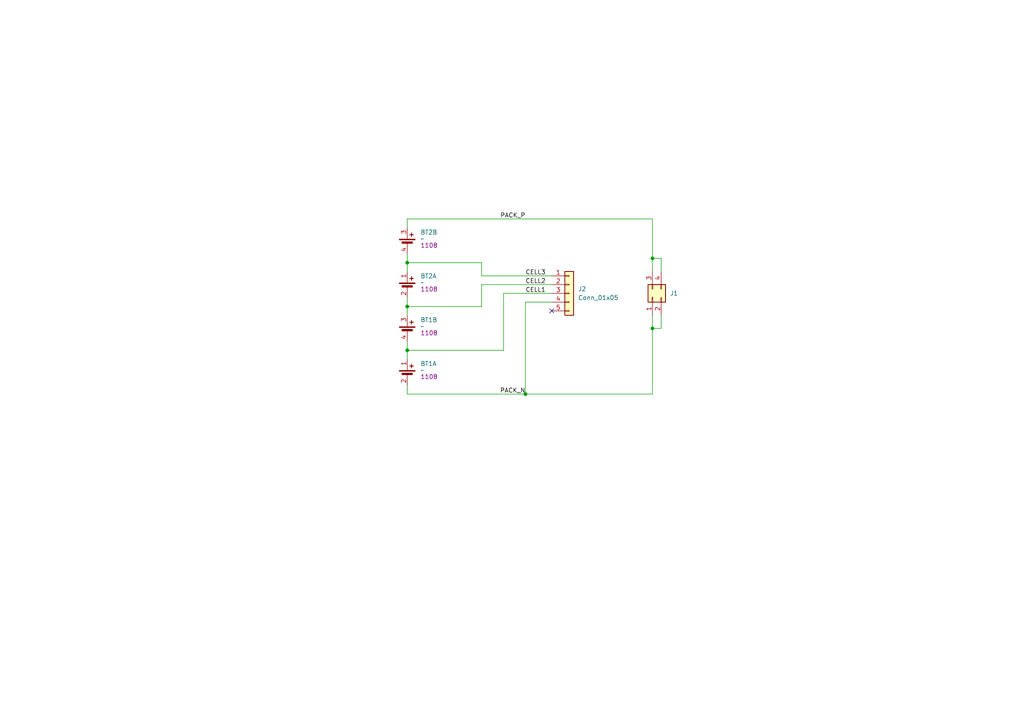
<source format=kicad_sch>
(kicad_sch (version 20231120) (generator "eeschema") (generator_version "8.0")
  (paper "A4")
  (lib_symbols
    (symbol "Connector_Generic:Conn_01x05" (pin_names (offset 1.016) hide)
      (property "Reference" "J" (at 0 7.62 0))
      (property "Value" "Conn_01x05" (at 0 -7.62 0))
      (symbol "Conn_01x05_1_1"
        (rectangle (start -1.27 -4.953) (end 0 -5.207) (stroke (width 0.1524)))
        (rectangle (start -1.27 -2.413) (end 0 -2.667) (stroke (width 0.1524)))
        (rectangle (start -1.27 0.127) (end 0 -0.127) (stroke (width 0.1524)))
        (rectangle (start -1.27 2.667) (end 0 2.413) (stroke (width 0.1524)))
        (rectangle (start -1.27 5.207) (end 0 4.953) (stroke (width 0.1524)))
        (rectangle (start -1.27 6.35) (end 1.27 -6.35) (stroke (width 0.254)) (fill (type background)))
        (pin passive line (at -5.08 5.08 0) (length 3.81) (name "Pin_1") (number "1"))
        (pin passive line (at -5.08 2.54 0) (length 3.81) (name "Pin_2") (number "2"))
        (pin passive line (at -5.08 0 0) (length 3.81) (name "Pin_3") (number "3"))
        (pin passive line (at -5.08 -2.54 0) (length 3.81) (name "Pin_4") (number "4"))
        (pin passive line (at -5.08 -5.08 0) (length 3.81) (name "Pin_5") (number "5"))
      )
    )
    (symbol "Connector_Generic:Conn_02x02_Top_Bottom" (pin_names (offset 1.016) hide)
      (property "Reference" "J" (at 1.27 2.54 0))
      (property "Value" "Conn_02x02_Top_Bottom" (at 1.27 -5.08 0))
      (symbol "Conn_02x02_Top_Bottom_1_1"
        (rectangle (start -1.27 -2.413) (end 0 -2.667) (stroke (width 0.1524)))
        (rectangle (start -1.27 0.127) (end 0 -0.127) (stroke (width 0.1524)))
        (rectangle (start -1.27 1.27) (end 3.81 -3.81) (stroke (width 0.254)) (fill (type background)))
        (rectangle (start 3.81 -2.413) (end 2.54 -2.667) (stroke (width 0.1524)))
        (rectangle (start 3.81 0.127) (end 2.54 -0.127) (stroke (width 0.1524)))
        (pin passive line (at -5.08 0 0) (length 3.81) (name "Pin_1") (number "1"))
        (pin passive line (at -5.08 -2.54 0) (length 3.81) (name "Pin_2") (number "2"))
        (pin passive line (at 7.62 0 180) (length 3.81) (name "Pin_3") (number "3"))
        (pin passive line (at 7.62 -2.54 180) (length 3.81) (name "Pin_4") (number "4"))
      )
    )
    (symbol "common:1108"
      (property "Reference" "BT" (at 4.826 0 0))
      (property "MPN" "1108" (at 0 0 0))
      (symbol "1108_0_1"
        (rectangle (start -2.286 0.508) (end 2.286 0.254) (fill (type outline)))
        (rectangle (start -1.524 -0.254) (end 1.524 -0.762) (fill (type outline)))
        (polyline (pts (xy 0 -0.508) (xy 0 -1.27)))
        (polyline (pts (xy 0 0.508) (xy 0 1.27)))
        (polyline (pts (xy 0.762 1.778) (xy 1.778 1.778)) (stroke (width 0.254)))
        (polyline (pts (xy 1.27 2.286) (xy 1.27 1.27)) (stroke (width 0.254)))
      )
      (symbol "1108_1_1"
        (pin passive line (at 0 3.81 270) (length 2.54) (name "+") (number "1"))
        (pin passive line (at 0 -3.81 90) (length 2.54) (name "-") (number "2"))
      )
      (symbol "1108_2_1"
        (pin passive line (at 0 3.81 270) (length 2.54) (name "+") (number "3"))
        (pin passive line (at 0 -3.81 90) (length 2.54) (name "-") (number "4"))
      )
    )
  )
  (junction (at 118.11 101.6))
  (junction (at 189.23 74.93))
  (junction (at 152.4 114.3))
  (junction (at 118.11 88.9))
  (junction (at 189.23 95.25))
  (junction (at 118.11 76.2))
  (no_connect (at 160.02 90.17))
  (wire (pts (xy 189.23 74.93) (xy 189.23 78.74)))
  (wire (pts (xy 118.11 76.2) (xy 118.11 78.74)))
  (wire (pts (xy 118.11 86.36) (xy 118.11 88.9)))
  (wire (pts (xy 118.11 111.76) (xy 118.11 114.3)))
  (wire (pts (xy 146.05 85.09) (xy 160.02 85.09)))
  (wire (pts (xy 191.77 95.25) (xy 191.77 91.44)))
  (wire (pts (xy 139.7 76.2) (xy 139.7 80.01)))
  (wire (pts (xy 118.11 76.2) (xy 139.7 76.2)))
  (wire (pts (xy 152.4 87.63) (xy 152.4 114.3)))
  (wire (pts (xy 118.11 101.6) (xy 118.11 104.14)))
  (wire (pts (xy 139.7 88.9) (xy 139.7 82.55)))
  (wire (pts (xy 189.23 95.25) (xy 189.23 91.44)))
  (wire (pts (xy 118.11 66.04) (xy 118.11 63.5)))
  (wire (pts (xy 189.23 74.93) (xy 191.77 74.93)))
  (wire (pts (xy 146.05 101.6) (xy 146.05 85.09)))
  (wire (pts (xy 160.02 87.63) (xy 152.4 87.63)))
  (wire (pts (xy 118.11 88.9) (xy 139.7 88.9)))
  (wire (pts (xy 191.77 74.93) (xy 191.77 78.74)))
  (wire (pts (xy 139.7 82.55) (xy 160.02 82.55)))
  (wire (pts (xy 189.23 114.3) (xy 189.23 95.25)))
  (wire (pts (xy 118.11 114.3) (xy 152.4 114.3)))
  (wire (pts (xy 118.11 88.9) (xy 118.11 91.44)))
  (wire (pts (xy 189.23 63.5) (xy 189.23 74.93)))
  (wire (pts (xy 118.11 99.06) (xy 118.11 101.6)))
  (wire (pts (xy 189.23 95.25) (xy 191.77 95.25)))
  (wire (pts (xy 118.11 101.6) (xy 146.05 101.6)))
  (wire (pts (xy 118.11 63.5) (xy 189.23 63.5)))
  (wire (pts (xy 152.4 114.3) (xy 189.23 114.3)))
  (wire (pts (xy 118.11 73.66) (xy 118.11 76.2)))
  (wire (pts (xy 139.7 80.01) (xy 160.02 80.01)))
  (label "PACK_P" (at 152.4 63.5 180))
  (label "CELL3" (at 152.4 80.01 0))
  (label "CELL1" (at 152.4 85.09 0))
  (label "PACK_N" (at 152.4 114.3 180))
  (label "CELL2" (at 152.4 82.55 0))
  (symbol (lib_id "common:1108") (at 118.11 82.55 0) (unit 1)
    (property "Reference" "BT2" (at 121.92 80.0734 0) (effects (justify left)))
    (property "Value" "~" (at 121.92 81.9785 0) (effects (justify left)))
    (property "Footprint" "common:BAT_1108" (effects (hide yes)))
    (property "MPN" "1108" (at 121.92 83.8834 0) (effects (justify left)))
  )
  (symbol (lib_id "common:1108") (at 118.11 107.95 0) (unit 1)
    (property "Reference" "BT1" (at 121.92 105.4734 0) (effects (justify left)))
    (property "Value" "~" (at 121.92 107.3785 0) (effects (justify left)))
    (property "Footprint" "common:BAT_1108" (effects (hide yes)))
    (property "MPN" "1108" (at 121.92 109.2834 0) (effects (justify left)))
  )
  (symbol (lib_id "Connector_Generic:Conn_02x02_Top_Bottom") (at 189.23 86.36 90) (unit 1)
    (property "Reference" "J1" (at 194.31 85.0899 90) (effects (justify right)))
    (property "Value" "Conn_02x02_Top_Bottom" (effects (hide yes)))
    (property "Footprint" "common:Molex_Mini-Fit_Jr_5569-04A2_2x02_P4.20mm_Horizontal" (effects (hide yes)))
    (property "Datasheet" "~" (at 189.23 86.36 0))
  )
  (symbol (lib_id "Connector_Generic:Conn_01x05") (at 165.1 85.09 0) (unit 1)
    (property "Reference" "J2" (at 167.64 83.8199 0) (effects (justify left)))
    (property "Value" "Conn_01x05" (at 167.64 86.3599 0) (effects (justify left)))
    (property "Footprint" "Connector_JST:JST_PH_B5B-PH-K_1x05_P2.00mm_Vertical" (effects (hide yes)))
    (property "Description" "Generic connector, single row, 01x05, script generated (kicad-library-utils/schlib/autogen/connector/)" (effects (hide yes)))
  )
  (symbol (lib_id "common:1108") (at 118.11 69.85 0) (unit 2)
    (property "Reference" "BT2" (at 121.92 67.3734 0) (effects (justify left)))
    (property "Value" "~" (at 121.92 69.2785 0) (effects (justify left)))
    (property "Footprint" "common:BAT_1108" (effects (hide yes)))
    (property "MPN" "1108" (at 121.92 71.1834 0) (effects (justify left)))
  )
  (symbol (lib_id "common:1108") (at 118.11 95.25 0) (unit 2)
    (property "Reference" "BT1" (at 121.92 92.7734 0) (effects (justify left)))
    (property "Value" "~" (at 121.92 94.6785 0) (effects (justify left)))
    (property "Footprint" "common:BAT_1108" (effects (hide yes)))
    (property "MPN" "1108" (at 121.92 96.5834 0) (effects (justify left)))
  )
)
</source>
